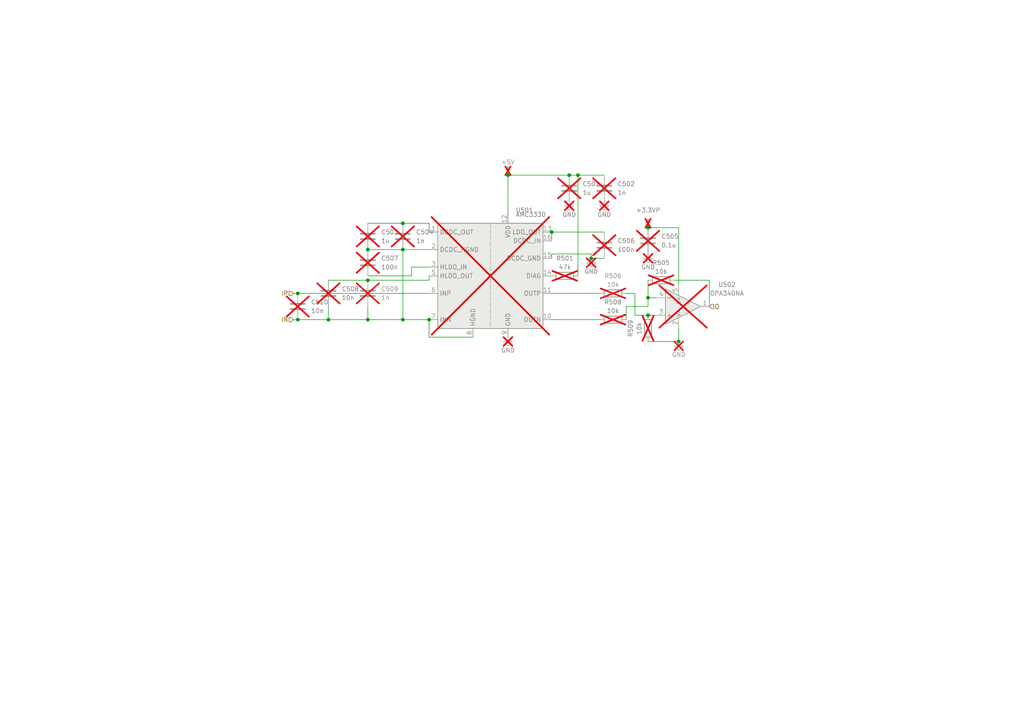
<source format=kicad_sch>
(kicad_sch (version 20231120) (generator "eeschema") (generator_version "8.0")
  (paper "A4")
  (lib_symbols
    (symbol "Device:C" (pin_numbers hide) (pin_names (offset 0.254))
      (property "Reference" "C" (at 0.635 2.54 0))
      (property "Value" "C" (at 0.635 -2.54 0))
      (symbol "C_0_1"
        (polyline (pts (xy -2.032 -0.762) (xy 2.032 -0.762)) (stroke (width 0.508)))
        (polyline (pts (xy -2.032 0.762) (xy 2.032 0.762)) (stroke (width 0.508)))
      )
      (symbol "C_1_1"
        (pin passive line (at 0 3.81 270) (length 2.794) (name "~") (number "1"))
        (pin passive line (at 0 -3.81 90) (length 2.794) (name "~") (number "2"))
      )
    )
    (symbol "Device:R" (pin_numbers hide) (pin_names (offset 0))
      (property "Reference" "R" (at 2.032 0 90))
      (property "Value" "R" (at 0 0 90))
      (symbol "R_0_1"
        (rectangle (start -1.016 -2.54) (end 1.016 2.54) (stroke (width 0.254)))
      )
      (symbol "R_1_1"
        (pin passive line (at 0 3.81 270) (length 1.27) (name "~") (number "1"))
        (pin passive line (at 0 -3.81 90) (length 1.27) (name "~") (number "2"))
      )
    )
    (symbol "Isolator_Analog:AMC3330"
      (property "Reference" "U" (at -1.27 22.86 0))
      (property "Value" "AMC3330" (at 0 20.32 0))
      (symbol "AMC3330_0_1"
        (rectangle (start -15.24 15.24) (end 15.24 -15.24) (stroke (width 0.254)) (fill (type background)))
        (polyline (pts (xy 0 -13.208) (xy 0 -14.478)))
        (polyline (pts (xy 0 -11.43) (xy 0 -12.7)))
        (polyline (pts (xy 0 -9.652) (xy 0 -10.922)))
        (polyline (pts (xy 0 -7.874) (xy 0 -9.144)))
        (polyline (pts (xy 0 -6.096) (xy 0 -7.366)))
        (polyline (pts (xy 0 -4.318) (xy 0 -5.588)))
        (polyline (pts (xy 0 -2.54) (xy 0 -3.81)))
        (polyline (pts (xy 0 -0.762) (xy 0 -2.032)))
        (polyline (pts (xy 0 1.016) (xy 0 -0.254)))
        (polyline (pts (xy 0 2.794) (xy 0 1.524)))
        (polyline (pts (xy 0 4.572) (xy 0 3.302)))
        (polyline (pts (xy 0 6.35) (xy 0 5.08)))
        (polyline (pts (xy 0 8.128) (xy 0 6.858)))
        (polyline (pts (xy 0 9.906) (xy 0 8.636)))
        (polyline (pts (xy 0 11.684) (xy 0 10.414)))
        (polyline (pts (xy 0 13.462) (xy 0 12.192)))
        (polyline (pts (xy 0 15.24) (xy 0 13.97)))
      )
      (symbol "AMC3330_1_1"
        (pin power_out line (at -17.78 12.7 0) (length 2.54) (name "DCDC_OUT") (number "1"))
        (pin output line (at 17.78 -12.7 180) (length 2.54) (name "OUTN") (number "10"))
        (pin output line (at 17.78 -5.08 180) (length 2.54) (name "OUTP") (number "11"))
        (pin power_in line (at 5.08 17.78 270) (length 2.54) (name "VDD") (number "12"))
        (pin power_out line (at 17.78 12.7 180) (length 2.54) (name "LDO_OUT") (number "13"))
        (pin output line (at 17.78 0 180) (length 2.54) (name "DIAG") (number "14"))
        (pin power_in line (at 17.78 5.08 180) (length 2.54) (name "DCDC_GND") (number "15"))
        (pin power_in line (at 17.78 10.16 180) (length 2.54) (name "DCDC_IN") (number "16"))
        (pin power_out line (at -17.78 7.62 0) (length 2.54) (name "DCDC_HGND") (number "2"))
        (pin power_in line (at -17.78 2.54 0) (length 2.54) (name "HLDO_IN") (number "3"))
        (pin no_connect line (at -7.62 -15.24 90) (length 2.54) hide (name "NC") (number "4"))
        (pin power_out line (at -17.78 0 0) (length 2.54) (name "HLDO_OUT") (number "5"))
        (pin input line (at -17.78 -5.08 0) (length 2.54) (name "INP") (number "6"))
        (pin input line (at -17.78 -12.7 0) (length 2.54) (name "INN") (number "7"))
        (pin power_in line (at -5.08 -17.78 90) (length 2.54) (name "HGND") (number "8"))
        (pin power_in line (at 5.08 -17.78 90) (length 2.54) (name "GND") (number "9"))
      )
    )
    (symbol "PCM_Amplifier_Operational_AKL:OPA340NA" (pin_names (offset 0.2))
      (property "Reference" "U" (at 2.54 7.62 0))
      (property "Value" "OPA340NA" (at 2.54 5.08 0))
      (symbol "OPA340NA_0_1"
        (polyline (pts (xy -5.08 5.08) (xy -5.08 -5.08) (xy 5.08 0) (xy -5.08 5.08)) (stroke (width 0.254)) (fill (type background)))
      )
      (symbol "OPA340NA_1_1"
        (pin output line (at 7.62 0 180) (length 2.54) (name "~") (number "1"))
        (pin power_in line (at -1.27 -6.35 90) (length 3.18) (name "V-") (number "2"))
        (pin input line (at -7.62 -2.54 0) (length 2.54) (name "+") (number "3"))
        (pin input line (at -7.62 2.54 0) (length 2.54) (name "-") (number "4"))
        (pin power_in line (at -1.27 6.35 270) (length 3.18) (name "V+") (number "5"))
      )
    )
    (symbol "power:+3.3VP" (power) (pin_names (offset 0))
      (property "Value" "+3.3VP" (at 0 2.54 0))
      (symbol "+3.3VP_0_0"
        (pin power_in line (at 0 0 90) (length 0) hide (name "+3.3VP") (number "1"))
      )
      (symbol "+3.3VP_0_1"
        (polyline (pts (xy -0.762 1.27) (xy 0 2.54)))
        (polyline (pts (xy 0 0) (xy 0 2.54)))
        (polyline (pts (xy 0 2.54) (xy 0.762 1.27)))
      )
    )
    (symbol "power:+5V" (power) (pin_names (offset 0))
      (property "Value" "+5V" (at 0 3.556 0))
      (symbol "+5V_0_1"
        (polyline (pts (xy -0.762 1.27) (xy 0 2.54)))
        (polyline (pts (xy 0 0) (xy 0 2.54)))
        (polyline (pts (xy 0 2.54) (xy 0.762 1.27)))
      )
      (symbol "+5V_1_1"
        (pin power_in line (at 0 0 90) (length 0) hide (name "+5V") (number "1"))
      )
    )
    (symbol "power:GND" (power) (pin_names (offset 0))
      (property "Value" "GND" (at 0 -3.81 0))
      (symbol "GND_0_1"
        (polyline (pts (xy 0 0) (xy 0 -1.27) (xy 1.27 -1.27) (xy 0 -2.54) (xy -1.27 -1.27) (xy 0 -1.27)))
      )
      (symbol "GND_1_1"
        (pin power_in line (at 0 0 270) (length 0) hide (name "GND") (number "1"))
      )
    )
  )
  (junction (at 160.02 67.31))
  (junction (at 196.85 99.06))
  (junction (at 147.32 50.8))
  (junction (at 116.84 72.39))
  (junction (at 95.25 92.71))
  (junction (at 116.84 64.77))
  (junction (at 106.68 72.39))
  (junction (at 167.64 50.8))
  (junction (at 106.68 81.28))
  (junction (at 86.36 92.71))
  (junction (at 187.96 66.04))
  (junction (at 86.36 85.09))
  (junction (at 187.96 91.44))
  (junction (at 106.68 92.71))
  (junction (at 171.45 74.93))
  (junction (at 187.96 86.36))
  (junction (at 165.1 50.8))
  (junction (at 124.46 92.71))
  (junction (at 116.84 92.71))
  (wire (pts (xy 196.85 66.04) (xy 196.85 82.55)))
  (wire (pts (xy 196.85 95.25) (xy 196.85 99.06)))
  (wire (pts (xy 160.02 67.31) (xy 160.02 69.85)))
  (wire (pts (xy 85.09 92.71) (xy 86.36 92.71)))
  (wire (pts (xy 160.02 74.93) (xy 160.02 73.66)))
  (wire (pts (xy 119.38 77.47) (xy 124.46 77.47)))
  (wire (pts (xy 116.84 72.39) (xy 116.84 92.71)))
  (wire (pts (xy 95.25 81.28) (xy 106.68 81.28)))
  (wire (pts (xy 95.25 92.71) (xy 106.68 92.71)))
  (wire (pts (xy 160.02 67.31) (xy 175.26 67.31)))
  (wire (pts (xy 181.61 85.09) (xy 184.15 85.09)))
  (wire (pts (xy 181.61 88.9) (xy 187.96 88.9)))
  (wire (pts (xy 116.84 64.77) (xy 106.68 64.77)))
  (wire (pts (xy 184.15 91.44) (xy 187.96 91.44)))
  (wire (pts (xy 106.68 81.28) (xy 124.46 81.28)))
  (wire (pts (xy 205.74 81.28) (xy 205.74 88.9)))
  (wire (pts (xy 167.64 50.8) (xy 167.64 80.01)))
  (wire (pts (xy 171.45 74.93) (xy 175.26 74.93)))
  (wire (pts (xy 124.46 67.31) (xy 124.46 64.77)))
  (wire (pts (xy 124.46 97.79) (xy 124.46 92.71)))
  (wire (pts (xy 106.68 80.01) (xy 119.38 80.01)))
  (wire (pts (xy 160.02 85.09) (xy 173.99 85.09)))
  (wire (pts (xy 116.84 92.71) (xy 124.46 92.71)))
  (wire (pts (xy 171.45 73.66) (xy 171.45 74.93)))
  (wire (pts (xy 124.46 80.01) (xy 124.46 81.28)))
  (wire (pts (xy 106.68 88.9) (xy 106.68 92.71)))
  (wire (pts (xy 187.96 88.9) (xy 187.96 86.36)))
  (wire (pts (xy 160.02 92.71) (xy 173.99 92.71)))
  (wire (pts (xy 85.09 85.09) (xy 86.36 85.09)))
  (wire (pts (xy 119.38 80.01) (xy 119.38 77.47)))
  (wire (pts (xy 190.5 86.36) (xy 187.96 86.36)))
  (wire (pts (xy 95.25 88.9) (xy 95.25 92.71)))
  (wire (pts (xy 86.36 92.71) (xy 95.25 92.71)))
  (wire (pts (xy 165.1 50.8) (xy 167.64 50.8)))
  (wire (pts (xy 86.36 85.09) (xy 124.46 85.09)))
  (wire (pts (xy 187.96 66.04) (xy 196.85 66.04)))
  (wire (pts (xy 184.15 85.09) (xy 184.15 91.44)))
  (wire (pts (xy 147.32 50.8) (xy 147.32 62.23)))
  (wire (pts (xy 160.02 73.66) (xy 171.45 73.66)))
  (wire (pts (xy 187.96 91.44) (xy 190.5 91.44)))
  (wire (pts (xy 106.68 72.39) (xy 116.84 72.39)))
  (wire (pts (xy 116.84 72.39) (xy 124.46 72.39)))
  (wire (pts (xy 187.96 81.28) (xy 187.96 86.36)))
  (wire (pts (xy 124.46 97.79) (xy 137.16 97.79)))
  (wire (pts (xy 187.96 99.06) (xy 196.85 99.06)))
  (wire (pts (xy 124.46 64.77) (xy 116.84 64.77)))
  (wire (pts (xy 106.68 92.71) (xy 116.84 92.71)))
  (wire (pts (xy 167.64 50.8) (xy 175.26 50.8)))
  (wire (pts (xy 195.58 81.28) (xy 205.74 81.28)))
  (wire (pts (xy 181.61 88.9) (xy 181.61 92.71)))
  (wire (pts (xy 147.32 50.8) (xy 165.1 50.8)))
  (hierarchical_label "IN" (shape input) (at 85.09 92.71 180))
  (hierarchical_label "IP" (shape input) (at 85.09 85.09 180))
  (hierarchical_label "O" (shape input) (at 205.74 88.9 0))
  (symbol (lib_id "Device:C") (at 86.36 88.9 180) (unit 1) (dnp yes)
    (property "Reference" "C510" (at 90.17 87.6299 0) (effects (justify right)))
    (property "Value" "10n" (at 90.17 90.1699 0) (effects (justify right)))
    (property "Footprint" "Capacitor_SMD:C_0603_1608Metric" (effects (hide yes)))
    (property "Description" "Unpolarized capacitor" (effects (hide yes)))
  )
  (symbol (lib_id "Device:R") (at 163.83 80.01 90) (unit 1) (dnp yes)
    (property "Reference" "R501" (at 163.83 74.93 90))
    (property "Value" "47k" (at 163.83 77.47 90))
    (property "Footprint" "Resistor_SMD:R_0603_1608Metric" (effects (hide yes)))
    (property "Description" "Resistor" (effects (hide yes)))
  )
  (symbol (lib_id "Device:C") (at 175.26 71.12 180) (unit 1) (dnp yes)
    (property "Reference" "C506" (at 179.07 69.8499 0) (effects (justify right)))
    (property "Value" "100n" (at 179.07 72.3899 0) (effects (justify right)))
    (property "Footprint" "Capacitor_SMD:C_0603_1608Metric" (effects (hide yes)))
    (property "Description" "Unpolarized capacitor" (effects (hide yes)))
  )
  (symbol (lib_id "Device:C") (at 175.26 54.61 180) (unit 1) (dnp yes)
    (property "Reference" "C502" (at 179.07 53.3399 0) (effects (justify right)))
    (property "Value" "1n" (at 179.07 55.8799 0) (effects (justify right)))
    (property "Footprint" "Capacitor_SMD:C_1206_3216Metric" (effects (hide yes)))
    (property "Description" "Unpolarized capacitor" (effects (hide yes)))
  )
  (symbol (lib_id "Device:C") (at 106.68 85.09 180) (unit 1) (dnp yes)
    (property "Reference" "C509" (at 110.49 83.8199 0) (effects (justify right)))
    (property "Value" "1n" (at 110.49 86.3599 0) (effects (justify right)))
    (property "Footprint" "Capacitor_SMD:C_1206_3216Metric" (effects (hide yes)))
    (property "Description" "Unpolarized capacitor" (effects (hide yes)))
  )
  (symbol (lib_id "Device:C") (at 106.68 76.2 180) (unit 1) (dnp yes)
    (property "Reference" "C507" (at 110.49 74.9299 0) (effects (justify right)))
    (property "Value" "100n" (at 110.49 77.4699 0) (effects (justify right)))
    (property "Footprint" "Capacitor_SMD:C_0603_1608Metric" (effects (hide yes)))
    (property "Description" "Unpolarized capacitor" (effects (hide yes)))
  )
  (symbol (lib_id "power:GND") (at 187.96 73.66 0) (unit 1) (dnp yes)
    (property "Reference" "#PWR0505" (effects (hide yes)))
    (property "Value" "GND" (at 187.96 77.47 0))
    (property "Description" "Power symbol creates a global label with name \"GND\" , ground" (effects (hide yes)))
  )
  (symbol (lib_id "Device:R") (at 187.96 95.25 180) (unit 1) (dnp yes)
    (property "Reference" "R509" (at 182.88 95.25 90))
    (property "Value" "10k" (at 185.42 95.25 90))
    (property "Footprint" "Resistor_SMD:R_0603_1608Metric" (effects (hide yes)))
    (property "Description" "Resistor" (effects (hide yes)))
  )
  (symbol (lib_id "Device:R") (at 177.8 92.71 90) (unit 1) (dnp yes)
    (property "Reference" "R508" (at 177.8 87.63 90))
    (property "Value" "10k" (at 177.8 90.17 90))
    (property "Footprint" "Resistor_SMD:R_0603_1608Metric" (effects (hide yes)))
    (property "Description" "Resistor" (effects (hide yes)))
  )
  (symbol (lib_id "Device:C") (at 116.84 68.58 180) (unit 1) (dnp yes)
    (property "Reference" "C504" (at 120.65 67.3099 0) (effects (justify right)))
    (property "Value" "1n" (at 120.65 69.8499 0) (effects (justify right)))
    (property "Footprint" "Capacitor_SMD:C_0603_1608Metric" (effects (hide yes)))
    (property "Description" "Unpolarized capacitor" (effects (hide yes)))
  )
  (symbol (lib_id "PCM_Amplifier_Operational_AKL:OPA340NA") (at 198.12 88.9 0) (unit 1) (dnp yes)
    (property "Reference" "U502" (at 210.82 82.55 0))
    (property "Value" "OPA340NA" (at 210.82 85.09 0))
    (property "Footprint" "Package_TO_SOT_SMD:SOT-23-5" (effects (hide yes)))
    (property "Datasheet" "https://www.ti.com/lit/ds/symlink/opa2340.pdf?ts=1635059912826&ref_url=https%253A%252F%252Fwww.google.com%252F" (effects (hide yes)))
    (property "Description" "SOT-23-5 CMOS RRIO Operational Amplifier, 500μV Offset, 2.5μV/°C Drift, 5.5MHz GBW, Alternate KiCAD Library" (effects (hide yes)))
  )
  (symbol (lib_id "Device:C") (at 95.25 85.09 180) (unit 1) (dnp yes)
    (property "Reference" "C508" (at 99.06 83.8199 0) (effects (justify right)))
    (property "Value" "10n" (at 99.06 86.3599 0) (effects (justify right)))
    (property "Footprint" "Capacitor_SMD:C_1206_3216Metric" (effects (hide yes)))
    (property "Description" "Unpolarized capacitor" (effects (hide yes)))
  )
  (symbol (lib_id "power:GND") (at 171.45 74.93 0) (unit 1) (dnp yes)
    (property "Reference" "#PWR0508" (effects (hide yes)))
    (property "Value" "GND" (at 171.45 78.74 0))
    (property "Description" "Power symbol creates a global label with name \"GND\" , ground" (effects (hide yes)))
  )
  (symbol (lib_id "power:+5V") (at 147.32 50.8 0) (unit 1) (dnp yes)
    (property "Reference" "#PWR0501" (effects (hide yes)))
    (property "Value" "+5V" (at 147.32 46.99 0))
    (property "Description" "Power symbol creates a global label with name \"+5V\"" (effects (hide yes)))
  )
  (symbol (lib_id "Device:C") (at 106.68 68.58 180) (unit 1) (dnp yes)
    (property "Reference" "C503" (at 110.49 67.3099 0) (effects (justify right)))
    (property "Value" "1u" (at 110.49 69.8499 0) (effects (justify right)))
    (property "Footprint" "Capacitor_SMD:C_0603_1608Metric" (effects (hide yes)))
    (property "Description" "Unpolarized capacitor" (effects (hide yes)))
  )
  (symbol (lib_id "power:GND") (at 165.1 58.42 0) (unit 1) (dnp yes)
    (property "Reference" "#PWR0502" (effects (hide yes)))
    (property "Value" "GND" (at 165.1 62.23 0))
    (property "Description" "Power symbol creates a global label with name \"GND\" , ground" (effects (hide yes)))
  )
  (symbol (lib_id "Device:R") (at 177.8 85.09 90) (unit 1) (dnp yes)
    (property "Reference" "R506" (at 177.8 80.01 90))
    (property "Value" "10k" (at 177.8 82.55 90))
    (property "Footprint" "Resistor_SMD:R_0603_1608Metric" (effects (hide yes)))
    (property "Description" "Resistor" (effects (hide yes)))
  )
  (symbol (lib_id "power:GND") (at 196.85 99.06 0) (unit 1) (dnp yes)
    (property "Reference" "#PWR0507" (effects (hide yes)))
    (property "Value" "GND" (at 196.85 102.87 0))
    (property "Description" "Power symbol creates a global label with name \"GND\" , ground" (effects (hide yes)))
  )
  (symbol (lib_id "power:GND") (at 175.26 58.42 0) (unit 1) (dnp yes)
    (property "Reference" "#PWR0503" (effects (hide yes)))
    (property "Value" "GND" (at 175.26 62.23 0))
    (property "Description" "Power symbol creates a global label with name \"GND\" , ground" (effects (hide yes)))
  )
  (symbol (lib_id "power:+3.3VP") (at 187.96 66.04 0) (unit 1) (dnp yes)
    (property "Reference" "#PWR0504" (effects (hide yes)))
    (property "Value" "+3.3VP" (at 187.96 60.96 0))
    (property "Description" "Power symbol creates a global label with name \"+3.3VP\"" (effects (hide yes)))
  )
  (symbol (lib_id "power:GND") (at 147.32 97.79 0) (unit 1) (dnp yes)
    (property "Reference" "#PWR0506" (effects (hide yes)))
    (property "Value" "GND" (at 147.32 101.6 0))
    (property "Description" "Power symbol creates a global label with name \"GND\" , ground" (effects (hide yes)))
  )
  (symbol (lib_id "Device:C") (at 165.1 54.61 180) (unit 1) (dnp yes)
    (property "Reference" "C501" (at 168.91 53.3399 0) (effects (justify right)))
    (property "Value" "1u" (at 168.91 55.8799 0) (effects (justify right)))
    (property "Footprint" "Capacitor_SMD:C_1206_3216Metric" (effects (hide yes)))
    (property "Description" "Unpolarized capacitor" (effects (hide yes)))
  )
  (symbol (lib_id "Device:C") (at 187.96 69.85 180) (unit 1) (dnp yes)
    (property "Reference" "C505" (at 191.77 68.5799 0) (effects (justify right)))
    (property "Value" "0.1u" (at 191.77 71.1199 0) (effects (justify right)))
    (property "Footprint" "Capacitor_SMD:C_0603_1608Metric" (effects (hide yes)))
    (property "Description" "Unpolarized capacitor" (effects (hide yes)))
  )
  (symbol (lib_id "Isolator_Analog:AMC3330") (at 142.24 80.01 0) (unit 1) (dnp yes)
    (property "Reference" "U501" (at 149.5141 60.96 0) (effects (justify left)))
    (property "Value" "AMC3330" (at 149.5141 62.23 0) (effects (justify left)))
    (property "Footprint" "Package_SO:SOIC-16W_7.5x10.3mm_P1.27mm" (effects (hide yes)))
    (property "Datasheet" "https://www.ti.com/lit/ds/symlink/amc3330.pdf" (effects (hide yes)))
    (property "Description" "Reinforced Isolated Amplifier With Integrated DC/DC Converter, SOIC-16W" (effects (hide yes)))
  )
  (symbol (lib_id "Device:R") (at 191.77 81.28 90) (unit 1) (dnp yes)
    (property "Reference" "R505" (at 191.77 76.2 90))
    (property "Value" "10k" (at 191.77 78.74 90))
    (property "Footprint" "Resistor_SMD:R_0603_1608Metric" (effects (hide yes)))
    (property "Description" "Resistor" (effects (hide yes)))
  )
)
</source>
